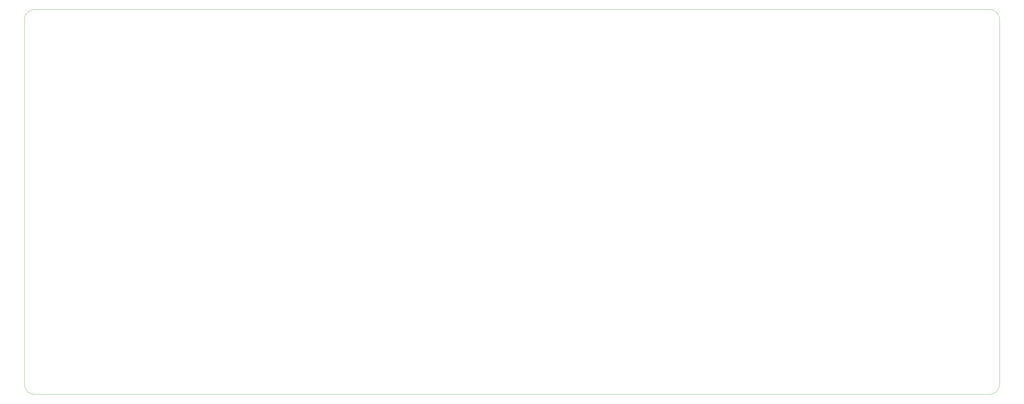
<source format=gbr>
%TF.GenerationSoftware,KiCad,Pcbnew,5.1.8*%
%TF.CreationDate,2021-03-07T21:10:39-03:00*%
%TF.ProjectId,undiscipline-noled,756e6469-7363-4697-906c-696e652d6e6f,rev?*%
%TF.SameCoordinates,Original*%
%TF.FileFunction,Profile,NP*%
%FSLAX46Y46*%
G04 Gerber Fmt 4.6, Leading zero omitted, Abs format (unit mm)*
G04 Created by KiCad (PCBNEW 5.1.8) date 2021-03-07 21:10:39*
%MOMM*%
%LPD*%
G01*
G04 APERTURE LIST*
%TA.AperFunction,Profile*%
%ADD10C,0.050000*%
%TD*%
G04 APERTURE END LIST*
D10*
X375250000Y-189770000D02*
G75*
G02*
X371770000Y-193250000I-3480000J0D01*
G01*
X371770000Y-59750000D02*
G75*
G02*
X375250000Y-63230000I0J-3480000D01*
G01*
X40980000Y-193250000D02*
G75*
G02*
X37500000Y-189770000I0J3480000D01*
G01*
X37500000Y-63230000D02*
G75*
G02*
X40980000Y-59750000I3480000J0D01*
G01*
X37500000Y-63230000D02*
X37500000Y-189770000D01*
X375250000Y-63230000D02*
X375250000Y-189770000D01*
X40980000Y-193250000D02*
X371770000Y-193250000D01*
X40980000Y-59750000D02*
X371770000Y-59750000D01*
M02*

</source>
